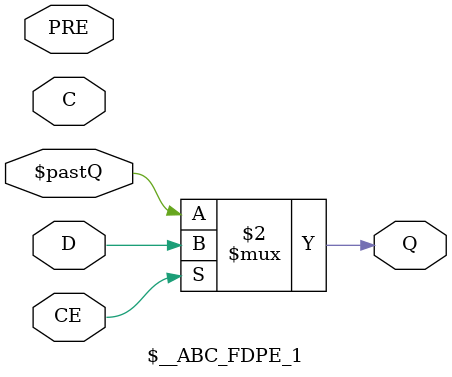
<source format=v>
/*
 *  yosys -- Yosys Open SYnthesis Suite
 *
 *  Copyright (C) 2012  Clifford Wolf <clifford@clifford.at>
 *                2019  Eddie Hung    <eddie@fpgeh.com>
 *
 *  Permission to use, copy, modify, and/or distribute this software for any
 *  purpose with or without fee is hereby granted, provided that the above
 *  copyright notice and this permission notice appear in all copies.
 *
 *  THE SOFTWARE IS PROVIDED "AS IS" AND THE AUTHOR DISCLAIMS ALL WARRANTIES
 *  WITH REGARD TO THIS SOFTWARE INCLUDING ALL IMPLIED WARRANTIES OF
 *  MERCHANTABILITY AND FITNESS. IN NO EVENT SHALL THE AUTHOR BE LIABLE FOR
 *  ANY SPECIAL, DIRECT, INDIRECT, OR CONSEQUENTIAL DAMAGES OR ANY DAMAGES
 *  WHATSOEVER RESULTING FROM LOSS OF USE, DATA OR PROFITS, WHETHER IN AN
 *  ACTION OF CONTRACT, NEGLIGENCE OR OTHER TORTIOUS ACTION, ARISING OUT OF
 *  OR IN CONNECTION WITH THE USE OR PERFORMANCE OF THIS SOFTWARE.
 *
 */

// ============================================================================

module FDRE (output reg Q, input C, CE, D, R);
  parameter [0:0] INIT = 1'b0;
  parameter [0:0] IS_C_INVERTED = 1'b0;
  parameter [0:0] IS_D_INVERTED = 1'b0;
  parameter [0:0] IS_CLR_INVERTED = 1'b0;
  wire \$nextQ ;
  \$__ABC_FDRE #(.INIT(|0)) _TECHMAP_REPLACE_ (.D(D), .Q(\$nextQ ), .\$pastQ (Q), .C(C), .CE(CE), .R(R));
  \$__ABC_FF_ abc_dff (.D(\$nextQ ), .Q(Q));
endmodule
module FDRE_1 (output reg Q, input C, CE, D, R);
  parameter [0:0] INIT = 1'b0;
  wire \$nextQ ;
  \$__ABC_FDRE_1 #(.INIT(|0)) _TECHMAP_REPLACE_ (.D(D), .Q(\$nextQ ), .\$pastQ (Q), .C(C), .CE(CE), .R(R));
  \$__ABC_FF_ abc_dff (.D(\$nextQ ), .Q(Q));
endmodule

module FDCE (output reg Q, input C, CE, D, CLR);
  parameter [0:0] INIT = 1'b0;
  parameter [0:0] IS_C_INVERTED = 1'b0;
  parameter [0:0] IS_D_INVERTED = 1'b0;
  parameter [0:0] IS_CLR_INVERTED = 1'b0;
  wire \$nextQ , \$currQ ;
  \$__ABC_FDCE #(.INIT(|0)) _TECHMAP_REPLACE_ (.D(D), .Q(\$nextQ ), .\$pastQ (Q), .C(C), .CE(CE), .CLR(CLR));
  \$__ABC_FF_ abc_dff (.D(\$nextQ ), .Q(Q));
  \$__ABC_MUX_ abc_async_mux (.A(\$currQ ), .B(1'b0), .S(CLR), .Y(Q));
endmodule
module FDCE_1 (output reg Q, input C, CE, D, CLR);
  parameter [0:0] INIT = 1'b0;
  wire \$nextQ , \$currQ ;
  \$__ABC_FDCE_1 #(.INIT(|0)) _TECHMAP_REPLACE_ (.D(D), .Q(\$nextQ ), .\$pastQ (Q), .C(C), .CE(CE), .CLR(CLR));
  \$__ABC_FF_ abc_dff (.D(\$nextQ ), .Q(\$currQ ));
  \$__ABC_MUX_ abc_async_mux (.A(\$currQ ), .B(1'b0), .S(CLR), .Y(Q));
endmodule

module FDPE (output reg Q, input C, CE, D, PRE);
  parameter [0:0] INIT = 1'b0;
  parameter [0:0] IS_C_INVERTED = 1'b0;
  parameter [0:0] IS_D_INVERTED = 1'b0;
  parameter [0:0] IS_PRE_INVERTED = 1'b0;
  wire \$nextQ , \$currQ ;
  \$__ABC_FDCE #(.INIT(|0)) _TECHMAP_REPLACE_ (.D(D), .Q(\$nextQ ), .\$pastQ (Q), .C(C), .CE(CE), .PRE(PRE));
  \$__ABC_FF_ abc_dff (.D(\$nextQ ), .Q(Q));
  generate
    if (IS_PRE_INVERTED)
      \$__ABC_MUX_ abc_async_mux (.A(\$currQ ), .B(1'b1), .S(PRE), .Y(Q));
    else
      \$__ABC_MUX_ abc_async_mux (.A(1'b1), .B(\$currQ ), .S(PRE), .Y(Q));
  endgenerate
endmodule
module FDPE_1 (output reg Q, input C, CE, D, CLR);
  parameter [0:0] INIT = 1'b0;
  wire \$nextQ , \$currQ ;
  \$__ABC_FDCE_1 #(.INIT(|0)) _TECHMAP_REPLACE_ (.D(D), .Q(\$nextQ ), .\$pastQ (Q), .C(C), .CE(CE), .PRE(PRE));
  \$__ABC_FF_ abc_dff (.D(\$nextQ ), .Q(Q));
  \$__ABC_MUX_ abc_async_mux (.A(\$currQ ), .B(1'b1), .S(PRE), .Y(Q));
endmodule

`ifndef _ABC
module \$__ABC_FF_ (input C, D, output Q);
endmodule

(* abc_box_id = 1000 *)
module \$__ABC_FD_ASYNC_MUX_ (input A, B, S, output Q);
//  assign Q = S ? B : A;
endmodule

(* abc_box_id = 1001, lib_whitebox, abc_flop = "FDRE,D,Q,\\$pastQ" *)
module \$__ABC_FDRE (output Q, input C, CE, D, R, \$pastQ );
  parameter [0:0] INIT = 1'b0;
  //parameter [0:0] IS_C_INVERTED = 1'b0;
  parameter [0:0] IS_D_INVERTED = 1'b0;
  parameter [0:0] IS_R_INVERTED = 1'b0;
  assign Q = (R ^ IS_R_INVERTED) ? 1'b0 : (CE ? (D ^ IS_D_INVERTED) : \$pastQ );
endmodule

(* abc_box_id = 1002, lib_whitebox, abc_flop = "FDRE_1,D,Q,\\$pastQ" *)
module \$__ABC_FDRE_1 (output Q, input C, CE, D, R, \$pastQ );
  parameter [0:0] INIT = 1'b0;
  //parameter [0:0] IS_C_INVERTED = 1'b0;
  parameter [0:0] IS_D_INVERTED = 1'b0;
  parameter [0:0] IS_R_INVERTED = 1'b0;
  assign Q = (R ^ IS_R_INVERTED) ? 1'b0 : (CE ? (D ^ IS_D_INVERTED) : \$pastQ );
endmodule

(* abc_box_id = 1003, lib_whitebox, abc_flop = "FDCE,D,Q,\\$pastQ" *)
module \$__ABC_FDCE (output Q, input C, CE, D, CLR, \$pastQ );
  parameter [0:0] INIT = 1'b0;
  //parameter [0:0] IS_C_INVERTED = 1'b0;
  parameter [0:0] IS_D_INVERTED = 1'b0;
  //parameter [0:0] IS_CLR_INVERTED = 1'b0;
  assign Q = CE ? (D ^ IS_D_INVERTED) : \$pastQ ;
endmodule

(* abc_box_id = 1004, lib_whitebox, abc_flop = "FDCE_1,D,Q,\\$pastQ" *)
module \$__ABC_FDCE_1 (output Q, input C, CE, D, CLR, \$pastQ );
  parameter [0:0] INIT = 1'b0;
  //parameter [0:0] IS_C_INVERTED = 1'b0;
  parameter [0:0] IS_D_INVERTED = 1'b0;
  //parameter [0:0] IS_CLR_INVERTED = 1'b0;
  assign Q = CE ? (D ^ IS_D_INVERTED) : \$pastQ ;
endmodule

(* abc_box_id = 1005, lib_whitebox, abc_flop = "FDPE,D,Q,\\$pastQ" *)
module \$__ABC_FDPE (output Q, input C, CE, D, PRE, \$pastQ );
  parameter [0:0] INIT = 1'b0;
  //parameter [0:0] IS_C_INVERTED = 1'b0;
  parameter [0:0] IS_D_INVERTED = 1'b0;
  //parameter [0:0] IS_PRE_INVERTED = 1'b0;
  assign Q = CE ? (D ^ IS_D_INVERTED) : \$pastQ ;
endmodule

(* abc_box_id = 1006, lib_whitebox, abc_flop = "FDPE_1,D,Q,\\$pastQ" *)
module \$__ABC_FDPE_1 (output Q, input C, CE, D, PRE, \$pastQ );
  parameter [0:0] INIT = 1'b0;
  //parameter [0:0] IS_C_INVERTED = 1'b0;
  parameter [0:0] IS_D_INVERTED = 1'b0;
  //parameter [0:0] IS_PRE_INVERTED = 1'b0;
  assign Q = CE ? (D ^ IS_D_INVERTED) : \$pastQ ;
endmodule

`endif

</source>
